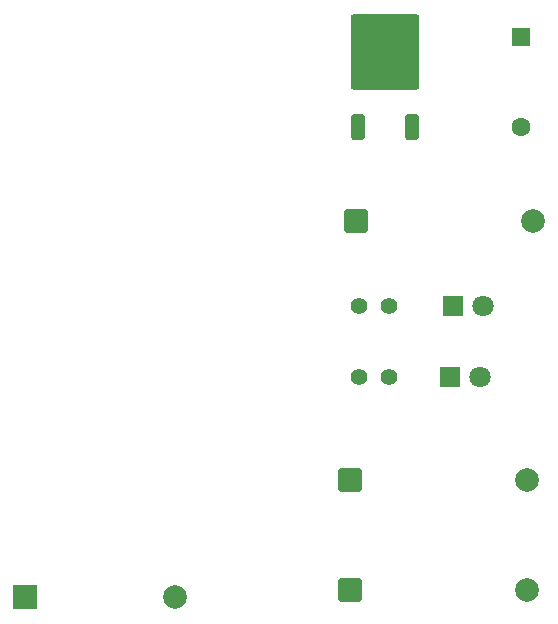
<source format=gbr>
%TF.GenerationSoftware,KiCad,Pcbnew,9.0.7*%
%TF.CreationDate,2026-01-04T10:47:51+09:00*%
%TF.ProjectId,PCB,5043422e-6b69-4636-9164-5f7063625858,rev?*%
%TF.SameCoordinates,Original*%
%TF.FileFunction,Copper,L1,Top*%
%TF.FilePolarity,Positive*%
%FSLAX46Y46*%
G04 Gerber Fmt 4.6, Leading zero omitted, Abs format (unit mm)*
G04 Created by KiCad (PCBNEW 9.0.7) date 2026-01-04 10:47:51*
%MOMM*%
%LPD*%
G01*
G04 APERTURE LIST*
G04 Aperture macros list*
%AMRoundRect*
0 Rectangle with rounded corners*
0 $1 Rounding radius*
0 $2 $3 $4 $5 $6 $7 $8 $9 X,Y pos of 4 corners*
0 Add a 4 corners polygon primitive as box body*
4,1,4,$2,$3,$4,$5,$6,$7,$8,$9,$2,$3,0*
0 Add four circle primitives for the rounded corners*
1,1,$1+$1,$2,$3*
1,1,$1+$1,$4,$5*
1,1,$1+$1,$6,$7*
1,1,$1+$1,$8,$9*
0 Add four rect primitives between the rounded corners*
20,1,$1+$1,$2,$3,$4,$5,0*
20,1,$1+$1,$4,$5,$6,$7,0*
20,1,$1+$1,$6,$7,$8,$9,0*
20,1,$1+$1,$8,$9,$2,$3,0*%
G04 Aperture macros list end*
%TA.AperFunction,SMDPad,CuDef*%
%ADD10RoundRect,0.250000X0.350000X-0.850000X0.350000X0.850000X-0.350000X0.850000X-0.350000X-0.850000X0*%
%TD*%
%TA.AperFunction,SMDPad,CuDef*%
%ADD11RoundRect,0.249997X2.650003X-2.950003X2.650003X2.950003X-2.650003X2.950003X-2.650003X-2.950003X0*%
%TD*%
%TA.AperFunction,ComponentPad*%
%ADD12RoundRect,0.250000X-0.550000X0.550000X-0.550000X-0.550000X0.550000X-0.550000X0.550000X0.550000X0*%
%TD*%
%TA.AperFunction,ComponentPad*%
%ADD13C,1.600000*%
%TD*%
%TA.AperFunction,ComponentPad*%
%ADD14C,1.400000*%
%TD*%
%TA.AperFunction,ComponentPad*%
%ADD15R,1.800000X1.800000*%
%TD*%
%TA.AperFunction,ComponentPad*%
%ADD16C,1.800000*%
%TD*%
%TA.AperFunction,ComponentPad*%
%ADD17RoundRect,0.250000X-0.750000X-0.750000X0.750000X-0.750000X0.750000X0.750000X-0.750000X0.750000X0*%
%TD*%
%TA.AperFunction,ComponentPad*%
%ADD18C,2.000000*%
%TD*%
%TA.AperFunction,ComponentPad*%
%ADD19R,2.000000X2.000000*%
%TD*%
G04 APERTURE END LIST*
D10*
%TO.P,U1,1,VI*%
%TO.N,Net-(BT1-+)*%
X74720000Y-81800000D03*
D11*
%TO.P,U1,2,GND*%
%TO.N,GND*%
X77000000Y-75500000D03*
D10*
%TO.P,U1,3,VO*%
%TO.N,Net-(U1-VO)*%
X79280000Y-81800000D03*
%TD*%
D12*
%TO.P,SW1,1*%
%TO.N,Net-(U1-VO)*%
X88512500Y-74232500D03*
D13*
%TO.P,SW1,2*%
%TO.N,VCC*%
X88512500Y-81852500D03*
%TD*%
D14*
%TO.P,R2,1*%
%TO.N,VCC*%
X74780000Y-103000000D03*
%TO.P,R2,2*%
%TO.N,Net-(D2-A)*%
X77320000Y-103000000D03*
%TD*%
%TO.P,R1,1*%
%TO.N,Net-(BT1-+)*%
X74780000Y-97000000D03*
%TO.P,R1,2*%
%TO.N,Net-(D1-A)*%
X77320000Y-97000000D03*
%TD*%
D15*
%TO.P,D2,1,K*%
%TO.N,GND*%
X82460000Y-103000000D03*
D16*
%TO.P,D2,2,A*%
%TO.N,Net-(D2-A)*%
X85000000Y-103000000D03*
%TD*%
D15*
%TO.P,D1,1,K*%
%TO.N,GND*%
X82730000Y-97000000D03*
D16*
%TO.P,D1,2,A*%
%TO.N,Net-(D1-A)*%
X85270000Y-97000000D03*
%TD*%
D17*
%TO.P,C3,1*%
%TO.N,VCC*%
X74000000Y-121000000D03*
D18*
%TO.P,C3,2*%
%TO.N,GND*%
X89000000Y-121000000D03*
%TD*%
D17*
%TO.P,C2,1*%
%TO.N,Net-(BT1-+)*%
X74000000Y-111742500D03*
D18*
%TO.P,C2,2*%
%TO.N,GND*%
X89000000Y-111742500D03*
%TD*%
D17*
%TO.P,C1,1*%
%TO.N,VCC*%
X74500000Y-89742500D03*
D18*
%TO.P,C1,2*%
%TO.N,GND*%
X89500000Y-89742500D03*
%TD*%
D19*
%TO.P,BT1,1,+*%
%TO.N,Net-(BT1-+)*%
X46500000Y-121640000D03*
D18*
%TO.P,BT1,2,-*%
%TO.N,GND*%
X59200000Y-121640000D03*
%TD*%
M02*

</source>
